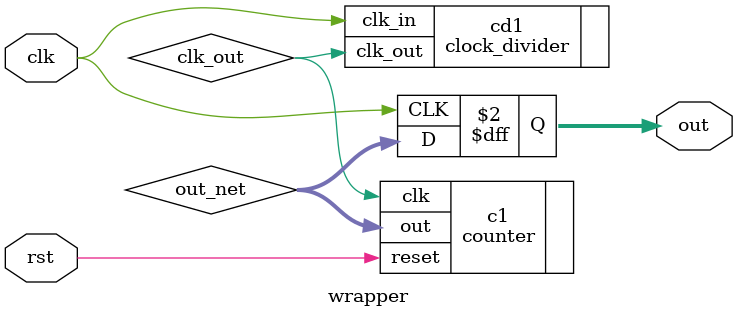
<source format=v>
`include "counter.v"
`include "clock_divider.v"

module wrapper (
	input clk, rst,
	output reg [3:0] out
);

	wire [3:0] out_net;
	wire clk_out;

	always @(posedge clk) begin
		out <= out_net;
	end

	clock_divider cd1(
		.clk_in(clk),
		.clk_out(clk_out)
	);

	counter c1(
		.clk(clk_out),
		.reset(rst),
		.out(out_net)
	);

endmodule

</source>
